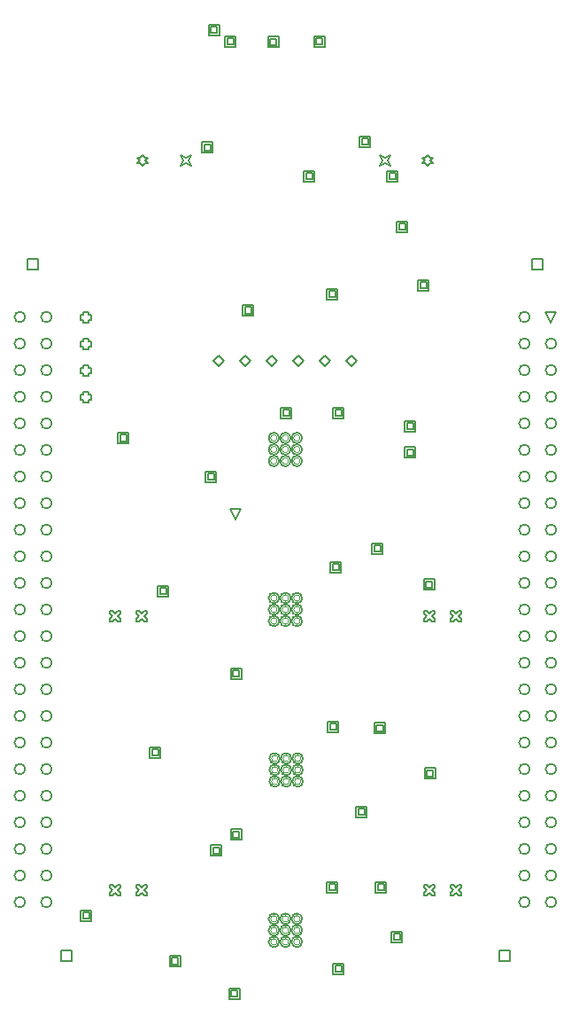
<source format=gbr>
G04 Layer_Color=2752767*
%FSLAX26Y26*%
%MOIN*%
%TF.FileFunction,Drawing*%
%TF.Part,Single*%
G01*
G75*
%TA.AperFunction,NonConductor*%
%ADD78C,0.005000*%
%ADD79C,0.006667*%
%ADD80C,0.004000*%
D78*
X1830000Y180000D02*
Y220000D01*
X1870000D01*
Y180000D01*
X1830000D01*
X-70000D02*
Y220000D01*
X-30000D01*
Y180000D01*
X-70000D01*
X55000Y-2420000D02*
Y-2380000D01*
X95000D01*
Y-2420000D01*
X55000D01*
X1705000D02*
Y-2380000D01*
X1745000D01*
Y-2420000D01*
X1705000D01*
X1900000Y-20000D02*
X1880000Y20000D01*
X1920000D01*
X1900000Y-20000D01*
X711614Y-760000D02*
X691614Y-720000D01*
X731614D01*
X711614Y-760000D01*
X1436200Y570000D02*
X1446200Y580000D01*
X1456200D01*
X1446200Y590000D01*
X1456200Y600000D01*
X1446200D01*
X1436200Y610000D01*
X1426200Y600000D01*
X1416200D01*
X1426200Y590000D01*
X1416200Y580000D01*
X1426200D01*
X1436200Y570000D01*
X363800D02*
X373800Y580000D01*
X383800D01*
X373800Y590000D01*
X383800Y600000D01*
X373800D01*
X363800Y610000D01*
X353800Y600000D01*
X343800D01*
X353800Y590000D01*
X343800Y580000D01*
X353800D01*
X363800Y570000D01*
X505700D02*
X515700Y590000D01*
X505700Y610000D01*
X525700Y600000D01*
X545700Y610000D01*
X535700Y590000D01*
X545700Y570000D01*
X525700Y580000D01*
X505700Y570000D01*
X1254300Y568400D02*
X1264300Y588400D01*
X1254300Y608400D01*
X1274300Y598400D01*
X1294300Y608400D01*
X1284300Y588400D01*
X1294300Y568400D01*
X1274300Y578400D01*
X1254300Y568400D01*
X140000Y-10000D02*
Y-20000D01*
X160000D01*
Y-10000D01*
X170000D01*
Y10000D01*
X160000D01*
Y20000D01*
X140000D01*
Y10000D01*
X130000D01*
Y-10000D01*
X140000D01*
Y-110000D02*
Y-120000D01*
X160000D01*
Y-110000D01*
X170000D01*
Y-90000D01*
X160000D01*
Y-80000D01*
X140000D01*
Y-90000D01*
X130000D01*
Y-110000D01*
X140000D01*
Y-210000D02*
Y-220000D01*
X160000D01*
Y-210000D01*
X170000D01*
Y-190000D01*
X160000D01*
Y-180000D01*
X140000D01*
Y-190000D01*
X130000D01*
Y-210000D01*
X140000D01*
Y-310000D02*
Y-320000D01*
X160000D01*
Y-310000D01*
X170000D01*
Y-290000D01*
X160000D01*
Y-280000D01*
X140000D01*
Y-290000D01*
X130000D01*
Y-310000D01*
X140000D01*
X1420551Y-2176000D02*
X1430551D01*
X1440551Y-2166000D01*
X1450551Y-2176000D01*
X1460551D01*
Y-2166000D01*
X1450551Y-2156000D01*
X1460551Y-2146000D01*
Y-2136000D01*
X1450551D01*
X1440551Y-2146000D01*
X1430551Y-2136000D01*
X1420551D01*
Y-2146000D01*
X1430551Y-2156000D01*
X1420551Y-2166000D01*
Y-2176000D01*
X1520551D02*
X1530551D01*
X1540551Y-2166000D01*
X1550551Y-2176000D01*
X1560551D01*
Y-2166000D01*
X1550551Y-2156000D01*
X1560551Y-2146000D01*
Y-2136000D01*
X1550551D01*
X1540551Y-2146000D01*
X1530551Y-2136000D01*
X1520551D01*
Y-2146000D01*
X1530551Y-2156000D01*
X1520551Y-2166000D01*
Y-2176000D01*
X339449D02*
X349449D01*
X359449Y-2166000D01*
X369449Y-2176000D01*
X379449D01*
Y-2166000D01*
X369449Y-2156000D01*
X379449Y-2146000D01*
Y-2136000D01*
X369449D01*
X359449Y-2146000D01*
X349449Y-2136000D01*
X339449D01*
Y-2146000D01*
X349449Y-2156000D01*
X339449Y-2166000D01*
Y-2176000D01*
X239449D02*
X249449D01*
X259449Y-2166000D01*
X269449Y-2176000D01*
X279449D01*
Y-2166000D01*
X269449Y-2156000D01*
X279449Y-2146000D01*
Y-2136000D01*
X269449D01*
X259449Y-2146000D01*
X249449Y-2136000D01*
X239449D01*
Y-2146000D01*
X249449Y-2156000D01*
X239449Y-2166000D01*
Y-2176000D01*
Y-1144897D02*
X249449D01*
X259449Y-1134897D01*
X269449Y-1144897D01*
X279449D01*
Y-1134897D01*
X269449Y-1124897D01*
X279449Y-1114897D01*
Y-1104897D01*
X269449D01*
X259449Y-1114897D01*
X249449Y-1104897D01*
X239449D01*
Y-1114897D01*
X249449Y-1124897D01*
X239449Y-1134897D01*
Y-1144897D01*
X339449D02*
X349449D01*
X359449Y-1134897D01*
X369449Y-1144897D01*
X379449D01*
Y-1134897D01*
X369449Y-1124897D01*
X379449Y-1114897D01*
Y-1104897D01*
X369449D01*
X359449Y-1114897D01*
X349449Y-1104897D01*
X339449D01*
Y-1114897D01*
X349449Y-1124897D01*
X339449Y-1134897D01*
Y-1144897D01*
X1420551D02*
X1430551D01*
X1440551Y-1134897D01*
X1450551Y-1144897D01*
X1460551D01*
Y-1134897D01*
X1450551Y-1124897D01*
X1460551Y-1114897D01*
Y-1104897D01*
X1450551D01*
X1440551Y-1114897D01*
X1430551Y-1104897D01*
X1420551D01*
Y-1114897D01*
X1430551Y-1124897D01*
X1420551Y-1134897D01*
Y-1144897D01*
X1520551D02*
X1530551D01*
X1540551Y-1134897D01*
X1550551Y-1144897D01*
X1560551D01*
Y-1134897D01*
X1550551Y-1124897D01*
X1560551Y-1114897D01*
Y-1104897D01*
X1550551D01*
X1540551Y-1114897D01*
X1530551Y-1104897D01*
X1520551D01*
Y-1114897D01*
X1530551Y-1124897D01*
X1520551Y-1134897D01*
Y-1144897D01*
X1130000Y-166000D02*
X1150000Y-146000D01*
X1170000Y-166000D01*
X1150000Y-186000D01*
X1130000Y-166000D01*
X1030000D02*
X1050000Y-146000D01*
X1070000Y-166000D01*
X1050000Y-186000D01*
X1030000Y-166000D01*
X930000D02*
X950000Y-146000D01*
X970000Y-166000D01*
X950000Y-186000D01*
X930000Y-166000D01*
X830000D02*
X850000Y-146000D01*
X870000Y-166000D01*
X850000Y-186000D01*
X830000Y-166000D01*
X730000D02*
X750000Y-146000D01*
X770000Y-166000D01*
X750000Y-186000D01*
X730000Y-166000D01*
X630000D02*
X650000Y-146000D01*
X670000Y-166000D01*
X650000Y-186000D01*
X630000Y-166000D01*
X673748Y1015992D02*
Y1055992D01*
X713748D01*
Y1015992D01*
X673748D01*
X681748Y1023992D02*
Y1047992D01*
X705748D01*
Y1023992D01*
X681748D01*
X834804Y1014000D02*
Y1054000D01*
X874804D01*
Y1014000D01*
X834804D01*
X842804Y1022000D02*
Y1046000D01*
X866804D01*
Y1022000D01*
X842804D01*
X1007480Y1015992D02*
Y1055992D01*
X1047480D01*
Y1015992D01*
X1007480D01*
X1015480Y1023992D02*
Y1047992D01*
X1039480D01*
Y1023992D01*
X1015480D01*
X1235694Y-1566196D02*
Y-1526196D01*
X1275694D01*
Y-1566196D01*
X1235694D01*
X1243694Y-1558196D02*
Y-1534196D01*
X1267694D01*
Y-1558196D01*
X1243694D01*
X687480Y-2564008D02*
Y-2524008D01*
X727480D01*
Y-2564008D01*
X687480D01*
X695480Y-2556008D02*
Y-2532008D01*
X719480D01*
Y-2556008D01*
X695480D01*
X694566Y-1966000D02*
Y-1926000D01*
X734566D01*
Y-1966000D01*
X694566D01*
X702566Y-1958000D02*
Y-1934000D01*
X726566D01*
Y-1958000D01*
X702566D01*
X694566Y-1360000D02*
Y-1320000D01*
X734566D01*
Y-1360000D01*
X694566D01*
X702566Y-1352000D02*
Y-1328000D01*
X726566D01*
Y-1352000D01*
X702566D01*
X1300000Y-2350000D02*
Y-2310000D01*
X1340000D01*
Y-2350000D01*
X1300000D01*
X1308000Y-2342000D02*
Y-2318000D01*
X1332000D01*
Y-2342000D01*
X1308000D01*
X1166536Y-1880000D02*
Y-1840000D01*
X1206536D01*
Y-1880000D01*
X1166536D01*
X1174536Y-1872000D02*
Y-1848000D01*
X1198536D01*
Y-1872000D01*
X1174536D01*
X1350000Y-430000D02*
Y-390000D01*
X1390000D01*
Y-430000D01*
X1350000D01*
X1358000Y-422000D02*
Y-398000D01*
X1382000D01*
Y-422000D01*
X1358000D01*
X1350000Y-529796D02*
Y-489796D01*
X1390000D01*
Y-529796D01*
X1350000D01*
X1358000Y-521796D02*
Y-497796D01*
X1382000D01*
Y-521796D01*
X1358000D01*
X1400000Y100000D02*
Y140000D01*
X1440000D01*
Y100000D01*
X1400000D01*
X1408000Y108000D02*
Y132000D01*
X1432000D01*
Y108000D01*
X1408000D01*
X611000Y1059000D02*
Y1099000D01*
X651000D01*
Y1059000D01*
X611000D01*
X619000Y1067000D02*
Y1091000D01*
X643000D01*
Y1067000D01*
X619000D01*
X587000Y617000D02*
Y657000D01*
X627000D01*
Y617000D01*
X587000D01*
X595000Y625000D02*
Y649000D01*
X619000D01*
Y625000D01*
X595000D01*
X1240000Y-2163678D02*
Y-2123678D01*
X1280000D01*
Y-2163678D01*
X1240000D01*
X1248000Y-2155678D02*
Y-2131678D01*
X1272000D01*
Y-2155678D01*
X1248000D01*
X1056000Y-2163678D02*
Y-2123678D01*
X1096000D01*
Y-2163678D01*
X1056000D01*
X1064000Y-2155678D02*
Y-2131678D01*
X1088000D01*
Y-2155678D01*
X1064000D01*
X1060000Y-1560000D02*
Y-1520000D01*
X1100000D01*
Y-1560000D01*
X1060000D01*
X1068000Y-1552000D02*
Y-1528000D01*
X1092000D01*
Y-1552000D01*
X1068000D01*
X1080000Y-380000D02*
Y-340000D01*
X1120000D01*
Y-380000D01*
X1080000D01*
X1088000Y-372000D02*
Y-348000D01*
X1112000D01*
Y-372000D01*
X1088000D01*
X1070000Y-960000D02*
Y-920000D01*
X1110000D01*
Y-960000D01*
X1070000D01*
X1078000Y-952000D02*
Y-928000D01*
X1102000D01*
Y-952000D01*
X1078000D01*
X1227078Y-890000D02*
Y-850000D01*
X1267078D01*
Y-890000D01*
X1227078D01*
X1235078Y-882000D02*
Y-858000D01*
X1259078D01*
Y-882000D01*
X1235078D01*
X600000Y-620000D02*
Y-580000D01*
X640000D01*
Y-620000D01*
X600000D01*
X608000Y-612000D02*
Y-588000D01*
X632000D01*
Y-612000D01*
X608000D01*
X883000Y-380000D02*
Y-340000D01*
X923000D01*
Y-380000D01*
X883000D01*
X891000Y-372000D02*
Y-348000D01*
X915000D01*
Y-372000D01*
X891000D01*
X1080000Y-2470000D02*
Y-2430000D01*
X1120000D01*
Y-2470000D01*
X1080000D01*
X1088000Y-2462000D02*
Y-2438000D01*
X1112000D01*
Y-2462000D01*
X1088000D01*
X130000Y-2270000D02*
Y-2230000D01*
X170000D01*
Y-2270000D01*
X130000D01*
X138000Y-2262000D02*
Y-2238000D01*
X162000D01*
Y-2262000D01*
X138000D01*
X1283180Y510000D02*
Y550000D01*
X1323180D01*
Y510000D01*
X1283180D01*
X1291180Y518000D02*
Y542000D01*
X1315180D01*
Y518000D01*
X1291180D01*
X970000Y510000D02*
Y550000D01*
X1010000D01*
Y510000D01*
X970000D01*
X978000Y518000D02*
Y542000D01*
X1002000D01*
Y518000D01*
X978000D01*
X1180000Y640000D02*
Y680000D01*
X1220000D01*
Y640000D01*
X1180000D01*
X1188000Y648000D02*
Y672000D01*
X1212000D01*
Y648000D01*
X1188000D01*
X390000Y-1657426D02*
Y-1617426D01*
X430000D01*
Y-1657426D01*
X390000D01*
X398000Y-1649426D02*
Y-1625426D01*
X422000D01*
Y-1649426D01*
X398000D01*
X1424566Y-1736000D02*
Y-1696000D01*
X1464566D01*
Y-1736000D01*
X1424566D01*
X1432566Y-1728000D02*
Y-1704000D01*
X1456566D01*
Y-1728000D01*
X1432566D01*
X620000Y-2026000D02*
Y-1986000D01*
X660000D01*
Y-2026000D01*
X620000D01*
X628000Y-2018000D02*
Y-1994000D01*
X652000D01*
Y-2018000D01*
X628000D01*
X465032Y-2441442D02*
Y-2401442D01*
X505032D01*
Y-2441442D01*
X465032D01*
X473032Y-2433442D02*
Y-2409442D01*
X497032D01*
Y-2433442D01*
X473032D01*
X1056000Y65992D02*
Y105992D01*
X1096000D01*
Y65992D01*
X1056000D01*
X1064000Y73992D02*
Y97992D01*
X1088000D01*
Y73992D01*
X1064000D01*
X420000Y-1050063D02*
Y-1010063D01*
X460000D01*
Y-1050063D01*
X420000D01*
X428000Y-1042063D02*
Y-1018063D01*
X452000D01*
Y-1042063D01*
X428000D01*
X270000Y-474874D02*
Y-434874D01*
X310000D01*
Y-474874D01*
X270000D01*
X278000Y-466874D02*
Y-442874D01*
X302000D01*
Y-466874D01*
X278000D01*
X1420766Y-1026000D02*
Y-986000D01*
X1460766D01*
Y-1026000D01*
X1420766D01*
X1428766Y-1018000D02*
Y-994000D01*
X1452766D01*
Y-1018000D01*
X1428766D01*
X740000Y5000D02*
Y45000D01*
X780000D01*
Y5000D01*
X740000D01*
X748000Y13000D02*
Y37000D01*
X772000D01*
Y13000D01*
X748000D01*
X1320000Y320000D02*
Y360000D01*
X1360000D01*
Y320000D01*
X1320000D01*
X1328000Y328000D02*
Y352000D01*
X1352000D01*
Y328000D01*
X1328000D01*
D79*
X1820000Y0D02*
G03*
X1820000Y0I-20000J0D01*
G01*
Y-100000D02*
G03*
X1820000Y-100000I-20000J0D01*
G01*
Y-200000D02*
G03*
X1820000Y-200000I-20000J0D01*
G01*
Y-300000D02*
G03*
X1820000Y-300000I-20000J0D01*
G01*
Y-400000D02*
G03*
X1820000Y-400000I-20000J0D01*
G01*
Y-500000D02*
G03*
X1820000Y-500000I-20000J0D01*
G01*
Y-600000D02*
G03*
X1820000Y-600000I-20000J0D01*
G01*
Y-700000D02*
G03*
X1820000Y-700000I-20000J0D01*
G01*
Y-800000D02*
G03*
X1820000Y-800000I-20000J0D01*
G01*
Y-900000D02*
G03*
X1820000Y-900000I-20000J0D01*
G01*
Y-1000000D02*
G03*
X1820000Y-1000000I-20000J0D01*
G01*
Y-1100000D02*
G03*
X1820000Y-1100000I-20000J0D01*
G01*
Y-1200000D02*
G03*
X1820000Y-1200000I-20000J0D01*
G01*
Y-1300000D02*
G03*
X1820000Y-1300000I-20000J0D01*
G01*
Y-1400000D02*
G03*
X1820000Y-1400000I-20000J0D01*
G01*
Y-1500000D02*
G03*
X1820000Y-1500000I-20000J0D01*
G01*
Y-1600000D02*
G03*
X1820000Y-1600000I-20000J0D01*
G01*
Y-1700000D02*
G03*
X1820000Y-1700000I-20000J0D01*
G01*
Y-1800000D02*
G03*
X1820000Y-1800000I-20000J0D01*
G01*
Y-1900000D02*
G03*
X1820000Y-1900000I-20000J0D01*
G01*
Y-2000000D02*
G03*
X1820000Y-2000000I-20000J0D01*
G01*
Y-2100000D02*
G03*
X1820000Y-2100000I-20000J0D01*
G01*
Y-2200000D02*
G03*
X1820000Y-2200000I-20000J0D01*
G01*
X1920000Y-100000D02*
G03*
X1920000Y-100000I-20000J0D01*
G01*
Y-200000D02*
G03*
X1920000Y-200000I-20000J0D01*
G01*
Y-300000D02*
G03*
X1920000Y-300000I-20000J0D01*
G01*
Y-400000D02*
G03*
X1920000Y-400000I-20000J0D01*
G01*
Y-500000D02*
G03*
X1920000Y-500000I-20000J0D01*
G01*
Y-600000D02*
G03*
X1920000Y-600000I-20000J0D01*
G01*
Y-700000D02*
G03*
X1920000Y-700000I-20000J0D01*
G01*
Y-800000D02*
G03*
X1920000Y-800000I-20000J0D01*
G01*
Y-900000D02*
G03*
X1920000Y-900000I-20000J0D01*
G01*
Y-1000000D02*
G03*
X1920000Y-1000000I-20000J0D01*
G01*
Y-1100000D02*
G03*
X1920000Y-1100000I-20000J0D01*
G01*
Y-1200000D02*
G03*
X1920000Y-1200000I-20000J0D01*
G01*
Y-1300000D02*
G03*
X1920000Y-1300000I-20000J0D01*
G01*
Y-1400000D02*
G03*
X1920000Y-1400000I-20000J0D01*
G01*
Y-1500000D02*
G03*
X1920000Y-1500000I-20000J0D01*
G01*
Y-1600000D02*
G03*
X1920000Y-1600000I-20000J0D01*
G01*
Y-1700000D02*
G03*
X1920000Y-1700000I-20000J0D01*
G01*
Y-1800000D02*
G03*
X1920000Y-1800000I-20000J0D01*
G01*
Y-1900000D02*
G03*
X1920000Y-1900000I-20000J0D01*
G01*
Y-2000000D02*
G03*
X1920000Y-2000000I-20000J0D01*
G01*
Y-2100000D02*
G03*
X1920000Y-2100000I-20000J0D01*
G01*
Y-2200000D02*
G03*
X1920000Y-2200000I-20000J0D01*
G01*
X20000Y0D02*
G03*
X20000Y0I-20000J0D01*
G01*
X-80000D02*
G03*
X-80000Y0I-20000J0D01*
G01*
Y-100000D02*
G03*
X-80000Y-100000I-20000J0D01*
G01*
Y-200000D02*
G03*
X-80000Y-200000I-20000J0D01*
G01*
Y-300000D02*
G03*
X-80000Y-300000I-20000J0D01*
G01*
Y-400000D02*
G03*
X-80000Y-400000I-20000J0D01*
G01*
Y-500000D02*
G03*
X-80000Y-500000I-20000J0D01*
G01*
Y-600000D02*
G03*
X-80000Y-600000I-20000J0D01*
G01*
Y-700000D02*
G03*
X-80000Y-700000I-20000J0D01*
G01*
Y-800000D02*
G03*
X-80000Y-800000I-20000J0D01*
G01*
Y-900000D02*
G03*
X-80000Y-900000I-20000J0D01*
G01*
Y-1000000D02*
G03*
X-80000Y-1000000I-20000J0D01*
G01*
Y-1100000D02*
G03*
X-80000Y-1100000I-20000J0D01*
G01*
Y-1200000D02*
G03*
X-80000Y-1200000I-20000J0D01*
G01*
Y-1300000D02*
G03*
X-80000Y-1300000I-20000J0D01*
G01*
Y-1400000D02*
G03*
X-80000Y-1400000I-20000J0D01*
G01*
Y-1500000D02*
G03*
X-80000Y-1500000I-20000J0D01*
G01*
Y-1600000D02*
G03*
X-80000Y-1600000I-20000J0D01*
G01*
Y-1700000D02*
G03*
X-80000Y-1700000I-20000J0D01*
G01*
Y-1800000D02*
G03*
X-80000Y-1800000I-20000J0D01*
G01*
Y-1900000D02*
G03*
X-80000Y-1900000I-20000J0D01*
G01*
Y-2000000D02*
G03*
X-80000Y-2000000I-20000J0D01*
G01*
Y-2100000D02*
G03*
X-80000Y-2100000I-20000J0D01*
G01*
Y-2200000D02*
G03*
X-80000Y-2200000I-20000J0D01*
G01*
X20000Y-100000D02*
G03*
X20000Y-100000I-20000J0D01*
G01*
Y-200000D02*
G03*
X20000Y-200000I-20000J0D01*
G01*
Y-300000D02*
G03*
X20000Y-300000I-20000J0D01*
G01*
Y-400000D02*
G03*
X20000Y-400000I-20000J0D01*
G01*
Y-500000D02*
G03*
X20000Y-500000I-20000J0D01*
G01*
Y-600000D02*
G03*
X20000Y-600000I-20000J0D01*
G01*
Y-700000D02*
G03*
X20000Y-700000I-20000J0D01*
G01*
Y-800000D02*
G03*
X20000Y-800000I-20000J0D01*
G01*
Y-900000D02*
G03*
X20000Y-900000I-20000J0D01*
G01*
Y-1000000D02*
G03*
X20000Y-1000000I-20000J0D01*
G01*
Y-1100000D02*
G03*
X20000Y-1100000I-20000J0D01*
G01*
Y-1200000D02*
G03*
X20000Y-1200000I-20000J0D01*
G01*
Y-1300000D02*
G03*
X20000Y-1300000I-20000J0D01*
G01*
Y-1400000D02*
G03*
X20000Y-1400000I-20000J0D01*
G01*
Y-1500000D02*
G03*
X20000Y-1500000I-20000J0D01*
G01*
Y-1600000D02*
G03*
X20000Y-1600000I-20000J0D01*
G01*
Y-1700000D02*
G03*
X20000Y-1700000I-20000J0D01*
G01*
Y-1800000D02*
G03*
X20000Y-1800000I-20000J0D01*
G01*
Y-1900000D02*
G03*
X20000Y-1900000I-20000J0D01*
G01*
Y-2000000D02*
G03*
X20000Y-2000000I-20000J0D01*
G01*
Y-2100000D02*
G03*
X20000Y-2100000I-20000J0D01*
G01*
Y-2200000D02*
G03*
X20000Y-2200000I-20000J0D01*
G01*
X963306Y-1056694D02*
G03*
X963306Y-1056694I-20000J0D01*
G01*
X920000D02*
G03*
X920000Y-1056694I-20000J0D01*
G01*
X876692D02*
G03*
X876692Y-1056694I-20000J0D01*
G01*
X963306Y-1100000D02*
G03*
X963306Y-1100000I-20000J0D01*
G01*
X920000D02*
G03*
X920000Y-1100000I-20000J0D01*
G01*
X876692D02*
G03*
X876692Y-1100000I-20000J0D01*
G01*
X963306Y-1143308D02*
G03*
X963306Y-1143308I-20000J0D01*
G01*
X920000D02*
G03*
X920000Y-1143308I-20000J0D01*
G01*
X876692D02*
G03*
X876692Y-1143308I-20000J0D01*
G01*
X879692Y-1746308D02*
G03*
X879692Y-1746308I-20000J0D01*
G01*
X923000D02*
G03*
X923000Y-1746308I-20000J0D01*
G01*
X966306D02*
G03*
X966306Y-1746308I-20000J0D01*
G01*
X879692Y-1703000D02*
G03*
X879692Y-1703000I-20000J0D01*
G01*
X923000D02*
G03*
X923000Y-1703000I-20000J0D01*
G01*
X966306D02*
G03*
X966306Y-1703000I-20000J0D01*
G01*
X879692Y-1659694D02*
G03*
X879692Y-1659694I-20000J0D01*
G01*
X923000D02*
G03*
X923000Y-1659694I-20000J0D01*
G01*
X966306D02*
G03*
X966306Y-1659694I-20000J0D01*
G01*
X876692Y-2349308D02*
G03*
X876692Y-2349308I-20000J0D01*
G01*
X920000D02*
G03*
X920000Y-2349308I-20000J0D01*
G01*
X963306D02*
G03*
X963306Y-2349308I-20000J0D01*
G01*
X876692Y-2306000D02*
G03*
X876692Y-2306000I-20000J0D01*
G01*
X920000D02*
G03*
X920000Y-2306000I-20000J0D01*
G01*
X963306D02*
G03*
X963306Y-2306000I-20000J0D01*
G01*
X876692Y-2262694D02*
G03*
X876692Y-2262694I-20000J0D01*
G01*
X920000D02*
G03*
X920000Y-2262694I-20000J0D01*
G01*
X963306D02*
G03*
X963306Y-2262694I-20000J0D01*
G01*
Y-454874D02*
G03*
X963306Y-454874I-20000J0D01*
G01*
X920000D02*
G03*
X920000Y-454874I-20000J0D01*
G01*
X876692D02*
G03*
X876692Y-454874I-20000J0D01*
G01*
X963306Y-498182D02*
G03*
X963306Y-498182I-20000J0D01*
G01*
X920000D02*
G03*
X920000Y-498182I-20000J0D01*
G01*
X876692D02*
G03*
X876692Y-498182I-20000J0D01*
G01*
X963306Y-541488D02*
G03*
X963306Y-541488I-20000J0D01*
G01*
X920000D02*
G03*
X920000Y-541488I-20000J0D01*
G01*
X876692D02*
G03*
X876692Y-541488I-20000J0D01*
G01*
D80*
X955306Y-1056694D02*
G03*
X955306Y-1056694I-12000J0D01*
G01*
X912000D02*
G03*
X912000Y-1056694I-12000J0D01*
G01*
X868692D02*
G03*
X868692Y-1056694I-12000J0D01*
G01*
X955306Y-1100000D02*
G03*
X955306Y-1100000I-12000J0D01*
G01*
X912000D02*
G03*
X912000Y-1100000I-12000J0D01*
G01*
X868692D02*
G03*
X868692Y-1100000I-12000J0D01*
G01*
X955306Y-1143308D02*
G03*
X955306Y-1143308I-12000J0D01*
G01*
X912000D02*
G03*
X912000Y-1143308I-12000J0D01*
G01*
X868692D02*
G03*
X868692Y-1143308I-12000J0D01*
G01*
X871692Y-1746308D02*
G03*
X871692Y-1746308I-12000J0D01*
G01*
X915000D02*
G03*
X915000Y-1746308I-12000J0D01*
G01*
X958306D02*
G03*
X958306Y-1746308I-12000J0D01*
G01*
X871692Y-1703000D02*
G03*
X871692Y-1703000I-12000J0D01*
G01*
X915000D02*
G03*
X915000Y-1703000I-12000J0D01*
G01*
X958306D02*
G03*
X958306Y-1703000I-12000J0D01*
G01*
X871692Y-1659694D02*
G03*
X871692Y-1659694I-12000J0D01*
G01*
X915000D02*
G03*
X915000Y-1659694I-12000J0D01*
G01*
X958306D02*
G03*
X958306Y-1659694I-12000J0D01*
G01*
X868692Y-2349308D02*
G03*
X868692Y-2349308I-12000J0D01*
G01*
X912000D02*
G03*
X912000Y-2349308I-12000J0D01*
G01*
X955306D02*
G03*
X955306Y-2349308I-12000J0D01*
G01*
X868692Y-2306000D02*
G03*
X868692Y-2306000I-12000J0D01*
G01*
X912000D02*
G03*
X912000Y-2306000I-12000J0D01*
G01*
X955306D02*
G03*
X955306Y-2306000I-12000J0D01*
G01*
X868692Y-2262694D02*
G03*
X868692Y-2262694I-12000J0D01*
G01*
X912000D02*
G03*
X912000Y-2262694I-12000J0D01*
G01*
X955306D02*
G03*
X955306Y-2262694I-12000J0D01*
G01*
Y-454874D02*
G03*
X955306Y-454874I-12000J0D01*
G01*
X912000D02*
G03*
X912000Y-454874I-12000J0D01*
G01*
X868692D02*
G03*
X868692Y-454874I-12000J0D01*
G01*
X955306Y-498182D02*
G03*
X955306Y-498182I-12000J0D01*
G01*
X912000D02*
G03*
X912000Y-498182I-12000J0D01*
G01*
X868692D02*
G03*
X868692Y-498182I-12000J0D01*
G01*
X955306Y-541488D02*
G03*
X955306Y-541488I-12000J0D01*
G01*
X912000D02*
G03*
X912000Y-541488I-12000J0D01*
G01*
X868692D02*
G03*
X868692Y-541488I-12000J0D01*
G01*
%TF.MD5,09aea22313bb4639937f7d98194c467c*%
M02*

</source>
